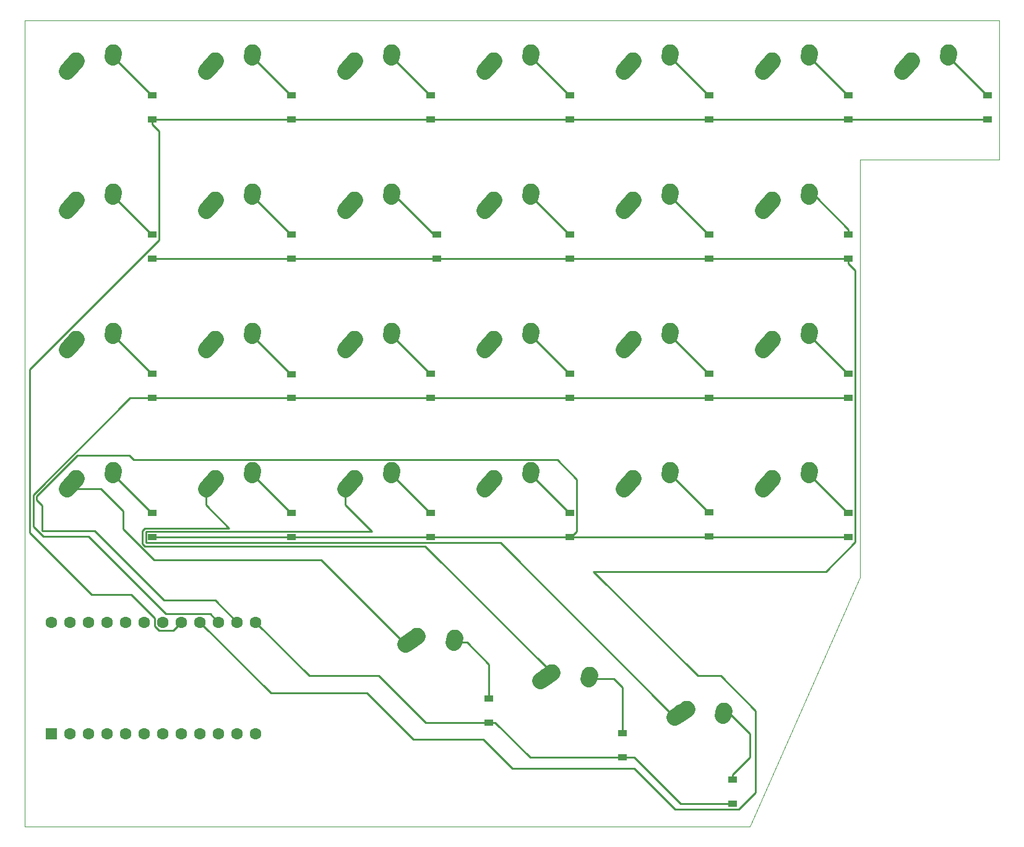
<source format=gbr>
G04 #@! TF.GenerationSoftware,KiCad,Pcbnew,(5.1.4)-1*
G04 #@! TF.CreationDate,2022-03-13T20:27:42-07:00*
G04 #@! TF.ProjectId,Dweebs-Macro-Mini,44776565-6273-42d4-9d61-63726f2d4d69,rev?*
G04 #@! TF.SameCoordinates,Original*
G04 #@! TF.FileFunction,Copper,L2,Bot*
G04 #@! TF.FilePolarity,Positive*
%FSLAX46Y46*%
G04 Gerber Fmt 4.6, Leading zero omitted, Abs format (unit mm)*
G04 Created by KiCad (PCBNEW (5.1.4)-1) date 2022-03-13 20:27:42*
%MOMM*%
%LPD*%
G04 APERTURE LIST*
%ADD10C,0.050000*%
%ADD11C,2.250000*%
%ADD12C,2.250000*%
%ADD13C,1.600000*%
%ADD14R,1.600000X1.600000*%
%ADD15R,1.200000X0.900000*%
%ADD16C,0.250000*%
G04 APERTURE END LIST*
D10*
X73772884Y-150018562D02*
X73818750Y-39687500D01*
X173037500Y-150018750D02*
X188118750Y-115887500D01*
X169068750Y-150018750D02*
X173037500Y-150018750D01*
X169068750Y-150018750D02*
X73772884Y-150018562D01*
X188118750Y-58737500D02*
X188118750Y-115887500D01*
X207168750Y-58737500D02*
X188118750Y-58737500D01*
X207168750Y-39687500D02*
X207168750Y-58737500D01*
X73818750Y-39687500D02*
X207168750Y-39687500D01*
D11*
X80843750Y-102362500D03*
X80188751Y-103092500D03*
D12*
X79533750Y-103822500D02*
X80843752Y-102362500D01*
D11*
X85883750Y-101282500D03*
X85863750Y-101572500D03*
D12*
X85843750Y-101862500D02*
X85883750Y-101282500D01*
D11*
X164355462Y-133919249D03*
X163533843Y-134454849D03*
D12*
X162712223Y-134990448D02*
X164355463Y-133919250D01*
D11*
X169503252Y-134180497D03*
X169408876Y-134455439D03*
D12*
X169314500Y-134730381D02*
X169503252Y-134180497D01*
D11*
X145940462Y-128966249D03*
X145118843Y-129501849D03*
D12*
X144297223Y-130037448D02*
X145940463Y-128966250D01*
D11*
X151088252Y-129227497D03*
X150993876Y-129502439D03*
D12*
X150899500Y-129777381D02*
X151088252Y-129227497D01*
D11*
X127510462Y-123959249D03*
X126688843Y-124494849D03*
D12*
X125867223Y-125030448D02*
X127510463Y-123959250D01*
D11*
X132658252Y-124220497D03*
X132563876Y-124495439D03*
D12*
X132469500Y-124770381D02*
X132658252Y-124220497D01*
D11*
X176093750Y-102362500D03*
X175438751Y-103092500D03*
D12*
X174783750Y-103822500D02*
X176093752Y-102362500D01*
D11*
X181133750Y-101282500D03*
X181113750Y-101572500D03*
D12*
X181093750Y-101862500D02*
X181133750Y-101282500D01*
D11*
X157043750Y-102362500D03*
X156388751Y-103092500D03*
D12*
X155733750Y-103822500D02*
X157043752Y-102362500D01*
D11*
X162083750Y-101282500D03*
X162063750Y-101572500D03*
D12*
X162043750Y-101862500D02*
X162083750Y-101282500D01*
D11*
X137993750Y-102362500D03*
X137338751Y-103092500D03*
D12*
X136683750Y-103822500D02*
X137993752Y-102362500D01*
D11*
X143033750Y-101282500D03*
X143013750Y-101572500D03*
D12*
X142993750Y-101862500D02*
X143033750Y-101282500D01*
D11*
X118943750Y-102362500D03*
X118288751Y-103092500D03*
D12*
X117633750Y-103822500D02*
X118943752Y-102362500D01*
D11*
X123983750Y-101282500D03*
X123963750Y-101572500D03*
D12*
X123943750Y-101862500D02*
X123983750Y-101282500D01*
D11*
X99893750Y-102362500D03*
X99238751Y-103092500D03*
D12*
X98583750Y-103822500D02*
X99893752Y-102362500D01*
D11*
X104933750Y-101282500D03*
X104913750Y-101572500D03*
D12*
X104893750Y-101862500D02*
X104933750Y-101282500D01*
D11*
X176093750Y-83312500D03*
X175438751Y-84042500D03*
D12*
X174783750Y-84772500D02*
X176093752Y-83312500D01*
D11*
X181133750Y-82232500D03*
X181113750Y-82522500D03*
D12*
X181093750Y-82812500D02*
X181133750Y-82232500D01*
D11*
X157043750Y-83312500D03*
X156388751Y-84042500D03*
D12*
X155733750Y-84772500D02*
X157043752Y-83312500D01*
D11*
X162083750Y-82232500D03*
X162063750Y-82522500D03*
D12*
X162043750Y-82812500D02*
X162083750Y-82232500D01*
D11*
X137993750Y-83312500D03*
X137338751Y-84042500D03*
D12*
X136683750Y-84772500D02*
X137993752Y-83312500D01*
D11*
X143033750Y-82232500D03*
X143013750Y-82522500D03*
D12*
X142993750Y-82812500D02*
X143033750Y-82232500D01*
D11*
X118943750Y-83312500D03*
X118288751Y-84042500D03*
D12*
X117633750Y-84772500D02*
X118943752Y-83312500D01*
D11*
X123983750Y-82232500D03*
X123963750Y-82522500D03*
D12*
X123943750Y-82812500D02*
X123983750Y-82232500D01*
D11*
X99893750Y-83312500D03*
X99238751Y-84042500D03*
D12*
X98583750Y-84772500D02*
X99893752Y-83312500D01*
D11*
X104933750Y-82232500D03*
X104913750Y-82522500D03*
D12*
X104893750Y-82812500D02*
X104933750Y-82232500D01*
D11*
X80843750Y-83312500D03*
X80188751Y-84042500D03*
D12*
X79533750Y-84772500D02*
X80843752Y-83312500D01*
D11*
X85883750Y-82232500D03*
X85863750Y-82522500D03*
D12*
X85843750Y-82812500D02*
X85883750Y-82232500D01*
D11*
X176093750Y-64262500D03*
X175438751Y-64992500D03*
D12*
X174783750Y-65722500D02*
X176093752Y-64262500D01*
D11*
X181133750Y-63182500D03*
X181113750Y-63472500D03*
D12*
X181093750Y-63762500D02*
X181133750Y-63182500D01*
D11*
X157043750Y-64262500D03*
X156388751Y-64992500D03*
D12*
X155733750Y-65722500D02*
X157043752Y-64262500D01*
D11*
X162083750Y-63182500D03*
X162063750Y-63472500D03*
D12*
X162043750Y-63762500D02*
X162083750Y-63182500D01*
D11*
X137993750Y-64262500D03*
X137338751Y-64992500D03*
D12*
X136683750Y-65722500D02*
X137993752Y-64262500D01*
D11*
X143033750Y-63182500D03*
X143013750Y-63472500D03*
D12*
X142993750Y-63762500D02*
X143033750Y-63182500D01*
D11*
X118943750Y-64262500D03*
X118288751Y-64992500D03*
D12*
X117633750Y-65722500D02*
X118943752Y-64262500D01*
D11*
X123983750Y-63182500D03*
X123963750Y-63472500D03*
D12*
X123943750Y-63762500D02*
X123983750Y-63182500D01*
D11*
X99893750Y-64262500D03*
X99238751Y-64992500D03*
D12*
X98583750Y-65722500D02*
X99893752Y-64262500D01*
D11*
X104933750Y-63182500D03*
X104913750Y-63472500D03*
D12*
X104893750Y-63762500D02*
X104933750Y-63182500D01*
D11*
X80843750Y-64262500D03*
X80188751Y-64992500D03*
D12*
X79533750Y-65722500D02*
X80843752Y-64262500D01*
D11*
X85883750Y-63182500D03*
X85863750Y-63472500D03*
D12*
X85843750Y-63762500D02*
X85883750Y-63182500D01*
D11*
X195143750Y-45212500D03*
X194488751Y-45942500D03*
D12*
X193833750Y-46672500D02*
X195143752Y-45212500D01*
D11*
X200183750Y-44132500D03*
X200163750Y-44422500D03*
D12*
X200143750Y-44712500D02*
X200183750Y-44132500D01*
D11*
X176093750Y-45212500D03*
X175438751Y-45942500D03*
D12*
X174783750Y-46672500D02*
X176093752Y-45212500D01*
D11*
X181133750Y-44132500D03*
X181113750Y-44422500D03*
D12*
X181093750Y-44712500D02*
X181133750Y-44132500D01*
D11*
X157043750Y-45212500D03*
X156388751Y-45942500D03*
D12*
X155733750Y-46672500D02*
X157043752Y-45212500D01*
D11*
X162083750Y-44132500D03*
X162063750Y-44422500D03*
D12*
X162043750Y-44712500D02*
X162083750Y-44132500D01*
D11*
X137993750Y-45212500D03*
X137338751Y-45942500D03*
D12*
X136683750Y-46672500D02*
X137993752Y-45212500D01*
D11*
X143033750Y-44132500D03*
X143013750Y-44422500D03*
D12*
X142993750Y-44712500D02*
X143033750Y-44132500D01*
D11*
X118943750Y-45212500D03*
X118288751Y-45942500D03*
D12*
X117633750Y-46672500D02*
X118943752Y-45212500D01*
D11*
X123983750Y-44132500D03*
X123963750Y-44422500D03*
D12*
X123943750Y-44712500D02*
X123983750Y-44132500D01*
D11*
X99893750Y-45212500D03*
X99238751Y-45942500D03*
D12*
X98583750Y-46672500D02*
X99893752Y-45212500D01*
D11*
X104933750Y-44132500D03*
X104913750Y-44422500D03*
D12*
X104893750Y-44712500D02*
X104933750Y-44132500D01*
D11*
X80843750Y-45212500D03*
X80188751Y-45942500D03*
D12*
X79533750Y-46672500D02*
X80843752Y-45212500D01*
D11*
X85883750Y-44132500D03*
X85863750Y-44422500D03*
D12*
X85843750Y-44712500D02*
X85883750Y-44132500D01*
D13*
X77470000Y-122047000D03*
X80010000Y-122047000D03*
X82550000Y-122047000D03*
X85090000Y-122047000D03*
X87630000Y-122047000D03*
X90170000Y-122047000D03*
X92710000Y-122047000D03*
X95250000Y-122047000D03*
X97790000Y-122047000D03*
X100330000Y-122047000D03*
X102870000Y-122047000D03*
X105410000Y-122047000D03*
X105410000Y-137287000D03*
X102870000Y-137287000D03*
X100330000Y-137287000D03*
X97790000Y-137287000D03*
X95250000Y-137287000D03*
X92710000Y-137287000D03*
X90170000Y-137287000D03*
X87630000Y-137287000D03*
X85090000Y-137287000D03*
X82550000Y-137287000D03*
X80010000Y-137287000D03*
D14*
X77470000Y-137287000D03*
D15*
X170656250Y-143606250D03*
X170656250Y-146906250D03*
X155575000Y-137256250D03*
X155575000Y-140556250D03*
X137318750Y-132493750D03*
X137318750Y-135793750D03*
X186531250Y-107093750D03*
X186531250Y-110393750D03*
X167481250Y-107031250D03*
X167481250Y-110331250D03*
X148431250Y-107093750D03*
X148431250Y-110393750D03*
X129381250Y-107093750D03*
X129381250Y-110393750D03*
X110331250Y-107093750D03*
X110331250Y-110393750D03*
X91281250Y-107093750D03*
X91281250Y-110393750D03*
X186531250Y-88043750D03*
X186531250Y-91343750D03*
X167481250Y-88043750D03*
X167481250Y-91343750D03*
X148431250Y-88043750D03*
X148431250Y-91343750D03*
X129381250Y-88043750D03*
X129381250Y-91343750D03*
X110331250Y-88076250D03*
X110331250Y-91376250D03*
X91281250Y-88043750D03*
X91281250Y-91343750D03*
X186531250Y-68993750D03*
X186531250Y-72293750D03*
X167481250Y-68993750D03*
X167481250Y-72293750D03*
X148431250Y-68993750D03*
X148431250Y-72293750D03*
X130175000Y-68993750D03*
X130175000Y-72293750D03*
X110331250Y-68993750D03*
X110331250Y-72293750D03*
X91281250Y-68993750D03*
X91281250Y-72293750D03*
X205581250Y-49943750D03*
X205581250Y-53243750D03*
X186531250Y-49943750D03*
X186531250Y-53243750D03*
X167481250Y-49943750D03*
X167481250Y-53243750D03*
X148431250Y-49943750D03*
X148431250Y-53243750D03*
X129381250Y-49943750D03*
X129381250Y-53243750D03*
X110331250Y-49943750D03*
X110331250Y-53243750D03*
X91281250Y-49943750D03*
X91281250Y-53243750D03*
D16*
X85900000Y-44712500D02*
X85843750Y-44712500D01*
X91131250Y-49943750D02*
X85900000Y-44712500D01*
X91281250Y-49943750D02*
X91131250Y-49943750D01*
X91281250Y-53243750D02*
X110331250Y-53243750D01*
X110331250Y-53243750D02*
X129381250Y-53243750D01*
X129381250Y-53243750D02*
X148431250Y-53243750D01*
X148431250Y-53243750D02*
X167481250Y-53243750D01*
X167481250Y-53243750D02*
X186531250Y-53243750D01*
X186531250Y-53243750D02*
X205581250Y-53243750D01*
X74506231Y-109798229D02*
X82976752Y-118268750D01*
X74506231Y-87403771D02*
X74506231Y-109798229D01*
X92206251Y-69703751D02*
X74506231Y-87403771D01*
X92206251Y-54868751D02*
X92206251Y-69703751D01*
X91281250Y-53243750D02*
X91281250Y-53943750D01*
X91281250Y-53943750D02*
X92206251Y-54868751D01*
X94450001Y-122846999D02*
X95250000Y-122047000D01*
X94124999Y-123172001D02*
X94450001Y-122846999D01*
X92169999Y-123172001D02*
X94124999Y-123172001D01*
X91584999Y-122587001D02*
X92169999Y-123172001D01*
X91584999Y-121506999D02*
X91584999Y-122587001D01*
X88346750Y-118268750D02*
X91584999Y-121506999D01*
X82976752Y-118268750D02*
X88346750Y-118268750D01*
X110181250Y-49943750D02*
X110331250Y-49943750D01*
X104950000Y-44712500D02*
X110181250Y-49943750D01*
X104893750Y-44712500D02*
X104950000Y-44712500D01*
X129231250Y-49943750D02*
X129381250Y-49943750D01*
X124000000Y-44712500D02*
X129231250Y-49943750D01*
X123943750Y-44712500D02*
X124000000Y-44712500D01*
X148281250Y-49943750D02*
X148431250Y-49943750D01*
X143050000Y-44712500D02*
X148281250Y-49943750D01*
X142993750Y-44712500D02*
X143050000Y-44712500D01*
X167331250Y-49943750D02*
X167481250Y-49943750D01*
X162100000Y-44712500D02*
X167331250Y-49943750D01*
X162043750Y-44712500D02*
X162100000Y-44712500D01*
X186381250Y-49943750D02*
X186531250Y-49943750D01*
X181150000Y-44712500D02*
X186381250Y-49943750D01*
X181093750Y-44712500D02*
X181150000Y-44712500D01*
X205431250Y-49943750D02*
X205581250Y-49943750D01*
X200200000Y-44712500D02*
X205431250Y-49943750D01*
X200143750Y-44712500D02*
X200200000Y-44712500D01*
X91131250Y-68993750D02*
X91281250Y-68993750D01*
X85900000Y-63762500D02*
X91131250Y-68993750D01*
X85843750Y-63762500D02*
X85900000Y-63762500D01*
X91281250Y-72293750D02*
X110331250Y-72293750D01*
X129318750Y-72293750D02*
X148431250Y-72293750D01*
X129318750Y-72293750D02*
X130175000Y-72293750D01*
X110331250Y-72293750D02*
X129318750Y-72293750D01*
X148431250Y-72293750D02*
X167481250Y-72293750D01*
X167481250Y-72293750D02*
X186531250Y-72293750D01*
X187456251Y-111103751D02*
X183466252Y-115093750D01*
X187456251Y-73918751D02*
X187456251Y-111103751D01*
X186531250Y-72293750D02*
X186531250Y-72993750D01*
X186531250Y-72993750D02*
X187456251Y-73918751D01*
X183466252Y-115093750D02*
X151606250Y-115093750D01*
X151606250Y-115093750D02*
X165893750Y-129381250D01*
X165893750Y-129381250D02*
X169068750Y-129381250D01*
X169068750Y-129381250D02*
X173831250Y-134143750D01*
X171516251Y-147681251D02*
X162762501Y-147681251D01*
X173831250Y-134143750D02*
X173831250Y-145366252D01*
X173831250Y-145366252D02*
X171516251Y-147681251D01*
X162762501Y-147681251D02*
X157162500Y-142081250D01*
X157162500Y-142081250D02*
X140493750Y-142081250D01*
X140493750Y-142081250D02*
X136525000Y-138112500D01*
X136525000Y-138112500D02*
X127000000Y-138112500D01*
X127000000Y-138112500D02*
X120650000Y-131762500D01*
X107505500Y-131762500D02*
X97790000Y-122047000D01*
X120650000Y-131762500D02*
X107505500Y-131762500D01*
X110181250Y-68993750D02*
X110331250Y-68993750D01*
X104950000Y-63762500D02*
X110181250Y-68993750D01*
X104893750Y-63762500D02*
X104950000Y-63762500D01*
X125108749Y-64307499D02*
X123983750Y-63182500D01*
X129795000Y-68993750D02*
X125108749Y-64307499D01*
X130175000Y-68993750D02*
X129795000Y-68993750D01*
X143050000Y-63762500D02*
X142993750Y-63762500D01*
X148281250Y-68993750D02*
X143050000Y-63762500D01*
X148431250Y-68993750D02*
X148281250Y-68993750D01*
X162100000Y-63762500D02*
X162043750Y-63762500D01*
X167331250Y-68993750D02*
X162100000Y-63762500D01*
X167481250Y-68993750D02*
X167331250Y-68993750D01*
X182000000Y-63762500D02*
X181093750Y-63762500D01*
X186531250Y-68293750D02*
X182000000Y-63762500D01*
X186531250Y-68993750D02*
X186531250Y-68293750D01*
X85900000Y-82812500D02*
X85843750Y-82812500D01*
X91131250Y-88043750D02*
X85900000Y-82812500D01*
X91281250Y-88043750D02*
X91131250Y-88043750D01*
X110298750Y-91343750D02*
X110331250Y-91376250D01*
X91281250Y-91343750D02*
X110298750Y-91343750D01*
X129348750Y-91376250D02*
X129381250Y-91343750D01*
X110331250Y-91376250D02*
X129348750Y-91376250D01*
X129381250Y-91343750D02*
X148431250Y-91343750D01*
X148431250Y-91343750D02*
X167481250Y-91343750D01*
X167481250Y-91343750D02*
X186531250Y-91343750D01*
X99204999Y-120921999D02*
X93140749Y-120921999D01*
X100330000Y-122047000D02*
X99204999Y-120921999D01*
X93140749Y-120921999D02*
X82550000Y-110331250D01*
X90431250Y-91343750D02*
X91281250Y-91343750D01*
X88201090Y-91343750D02*
X90431250Y-91343750D01*
X74956241Y-104588599D02*
X88201090Y-91343750D01*
X74956241Y-108930151D02*
X74956241Y-104588599D01*
X76357340Y-110331250D02*
X74956241Y-108930151D01*
X82550000Y-110331250D02*
X76357340Y-110331250D01*
X104933750Y-82828750D02*
X104933750Y-82232500D01*
X110181250Y-88076250D02*
X104933750Y-82828750D01*
X110331250Y-88076250D02*
X110181250Y-88076250D01*
X124000000Y-82812500D02*
X123943750Y-82812500D01*
X129231250Y-88043750D02*
X124000000Y-82812500D01*
X129381250Y-88043750D02*
X129231250Y-88043750D01*
X143050000Y-82812500D02*
X142993750Y-82812500D01*
X148281250Y-88043750D02*
X143050000Y-82812500D01*
X148431250Y-88043750D02*
X148281250Y-88043750D01*
X162100000Y-82812500D02*
X162043750Y-82812500D01*
X167331250Y-88043750D02*
X162100000Y-82812500D01*
X167481250Y-88043750D02*
X167331250Y-88043750D01*
X181133750Y-82796250D02*
X181133750Y-82232500D01*
X186381250Y-88043750D02*
X181133750Y-82796250D01*
X186531250Y-88043750D02*
X186381250Y-88043750D01*
X91131250Y-107093750D02*
X91281250Y-107093750D01*
X85900000Y-101862500D02*
X91131250Y-107093750D01*
X85843750Y-101862500D02*
X85900000Y-101862500D01*
X91281250Y-110393750D02*
X110331250Y-110393750D01*
X110331250Y-110393750D02*
X129381250Y-110393750D01*
X129381250Y-110393750D02*
X148431250Y-110393750D01*
X167418750Y-110393750D02*
X167481250Y-110331250D01*
X166625000Y-110393750D02*
X186531250Y-110393750D01*
X166625000Y-110393750D02*
X167418750Y-110393750D01*
X148431250Y-110393750D02*
X166625000Y-110393750D01*
X99885500Y-119062500D02*
X102870000Y-122047000D01*
X92868750Y-119062500D02*
X99885500Y-119062500D01*
X83343750Y-109537500D02*
X92868750Y-119062500D01*
X76200000Y-109537500D02*
X83343750Y-109537500D01*
X76200000Y-106074752D02*
X76200000Y-109537500D01*
X75406250Y-105281002D02*
X76200000Y-106074752D01*
X80962500Y-99218750D02*
X75406250Y-104775000D01*
X88106250Y-99218750D02*
X80962500Y-99218750D01*
X148581250Y-110393750D02*
X149356251Y-109618749D01*
X148431250Y-110393750D02*
X148581250Y-110393750D01*
X149356251Y-109618749D02*
X149356251Y-102525001D01*
X149356251Y-102525001D02*
X146663749Y-99832499D01*
X146663749Y-99832499D02*
X88719999Y-99832499D01*
X75406250Y-104775000D02*
X75406250Y-105281002D01*
X88719999Y-99832499D02*
X88106250Y-99218750D01*
X110181250Y-107093750D02*
X110331250Y-107093750D01*
X104950000Y-101862500D02*
X110181250Y-107093750D01*
X104893750Y-101862500D02*
X104950000Y-101862500D01*
X129231250Y-107093750D02*
X129381250Y-107093750D01*
X124000000Y-101862500D02*
X129231250Y-107093750D01*
X123943750Y-101862500D02*
X124000000Y-101862500D01*
X148281250Y-107093750D02*
X148431250Y-107093750D01*
X143050000Y-101862500D02*
X148281250Y-107093750D01*
X142993750Y-101862500D02*
X143050000Y-101862500D01*
X167331250Y-107031250D02*
X167481250Y-107031250D01*
X162162500Y-101862500D02*
X167331250Y-107031250D01*
X162043750Y-101862500D02*
X162162500Y-101862500D01*
X186381250Y-107093750D02*
X186531250Y-107093750D01*
X181150000Y-101862500D02*
X186381250Y-107093750D01*
X181093750Y-101862500D02*
X181150000Y-101862500D01*
X132469500Y-124770381D02*
X134295381Y-124770381D01*
X137318750Y-127793750D02*
X137318750Y-132493750D01*
X134295381Y-124770381D02*
X137318750Y-127793750D01*
X154725000Y-140556250D02*
X155575000Y-140556250D01*
X142931250Y-140556250D02*
X154725000Y-140556250D01*
X138168750Y-135793750D02*
X142931250Y-140556250D01*
X137318750Y-135793750D02*
X138168750Y-135793750D01*
X155575000Y-140556250D02*
X157225000Y-140556250D01*
X163575000Y-146906250D02*
X170656250Y-146906250D01*
X157225000Y-140556250D02*
X163575000Y-146906250D01*
X137318750Y-135793750D02*
X128650000Y-135793750D01*
X128650000Y-135793750D02*
X122237500Y-129381250D01*
X112744250Y-129381250D02*
X105410000Y-122047000D01*
X122237500Y-129381250D02*
X112744250Y-129381250D01*
X150899500Y-129777381D02*
X154383631Y-129777381D01*
X155575000Y-130968750D02*
X155575000Y-137256250D01*
X154383631Y-129777381D02*
X155575000Y-130968750D01*
X169314500Y-134730381D02*
X170449131Y-134730381D01*
X170449131Y-134730381D02*
X173037500Y-137318750D01*
X170656250Y-142906250D02*
X170656250Y-143606250D01*
X173037500Y-140525000D02*
X170656250Y-142906250D01*
X173037500Y-137318750D02*
X173037500Y-140525000D01*
X87223749Y-109244071D02*
X91485928Y-113506250D01*
X87223749Y-106810525D02*
X87223749Y-109244071D01*
X79533750Y-103822500D02*
X84235724Y-103822500D01*
X84235724Y-103822500D02*
X87223749Y-106810525D01*
X114343025Y-113506250D02*
X125867223Y-125030448D01*
X91485928Y-113506250D02*
X114343025Y-113506250D01*
X89906239Y-109497349D02*
X89906240Y-111290152D01*
X90234849Y-111618761D02*
X128592974Y-111618761D01*
X89906240Y-111290152D02*
X90234849Y-111618761D01*
X90234848Y-109168740D02*
X89906239Y-109497349D01*
X101768015Y-109168739D02*
X90234848Y-109168740D01*
X128592974Y-111618761D02*
X145940462Y-128966249D01*
X98583750Y-105984474D02*
X101768015Y-109168739D01*
X98583750Y-103822500D02*
X98583750Y-105984474D01*
X138890526Y-111168751D02*
X162712223Y-134990448D01*
X90421249Y-111168751D02*
X138890526Y-111168751D01*
X90356249Y-109683749D02*
X90356249Y-111103751D01*
X90421249Y-109618749D02*
X90356249Y-109683749D01*
X121268025Y-109618749D02*
X90421249Y-109618749D01*
X117633750Y-105984474D02*
X121268025Y-109618749D01*
X90356249Y-111103751D02*
X90421249Y-111168751D01*
X117633750Y-103822500D02*
X117633750Y-105984474D01*
M02*

</source>
